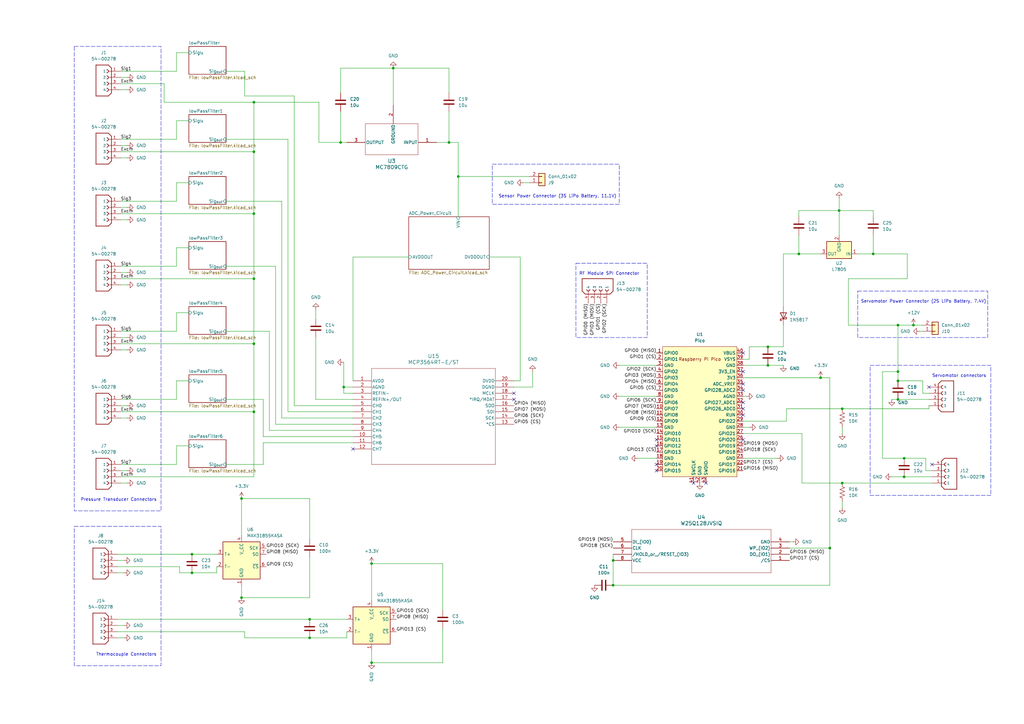
<source format=kicad_sch>
(kicad_sch (version 20231120) (generator "eeschema") (generator_version "8.0")
  (paper "A3")
  (title_block (title "Liquid Engine Controller") (rev "A") (company "Missouri S&T Rocket Design Team") (comment 1 "Designer: Rakshak Sudhakaran"))
  (junction (at 127 254))
  (junction (at 340.36 224.79))
  (junction (at 104.14 140.97))
  (junction (at 78.74 227.33))
  (junction (at 187.96 72.39))
  (junction (at 161.29 27.94))
  (junction (at 336.55 154.94))
  (junction (at 184.15 58.42))
  (junction (at 374.65 133.35))
  (junction (at 370.84 187.96))
  (junction (at 140.97 158.75))
  (junction (at 251.46 240.03))
  (junction (at 78.74 234.95))
  (junction (at 314.96 142.24))
  (junction (at 127 261.62))
  (junction (at 251.46 229.87))
  (junction (at 368.3 133.35))
  (junction (at 368.3 156.21))
  (junction (at 152.4 271.78))
  (junction (at 104.14 41.91))
  (junction (at 327.66 104.14))
  (junction (at 358.14 104.14))
  (junction (at 370.84 195.58))
  (junction (at 345.44 198.12))
  (junction (at 314.96 149.86))
  (junction (at 104.14 168.91))
  (junction (at 99.06 204.47))
  (junction (at 104.14 114.3))
  (junction (at 99.06 245.11))
  (junction (at 344.17 86.36))
  (junction (at 152.4 231.14))
  (junction (at 368.3 152.4))
  (junction (at 104.14 87.63))
  (junction (at 345.44 167.64))
  (junction (at 104.14 62.23))
  (junction (at 368.3 163.83))
  (junction (at 139.7 58.42))
  (no_connect (at 284.48 198.12))
  (no_connect (at 304.8 180.34))
  (no_connect (at 304.8 170.18))
  (no_connect (at 289.56 198.12))
  (no_connect (at 269.24 190.5))
  (no_connect (at 304.8 152.4))
  (no_connect (at 144.78 184.15))
  (no_connect (at 210.82 161.29))
  (no_connect (at 269.24 182.88))
  (no_connect (at 304.8 167.64))
  (no_connect (at 304.8 144.78))
  (no_connect (at 382.27 190.5))
  (no_connect (at 304.8 165.1))
  (no_connect (at 304.8 157.48))
  (no_connect (at 269.24 193.04))
  (no_connect (at 381 158.75))
  (no_connect (at 304.8 160.02))
  (no_connect (at 210.82 163.83))
  (no_connect (at 269.24 180.34))
  (wire (pts (xy 261.62 187.96) (xy 269.24 187.96)))
  (wire (pts (xy 368.3 133.35) (xy 368.3 152.4)))
  (wire (pts (xy 118.11 168.91) (xy 144.78 168.91)))
  (wire (pts (xy 49.53 190.5) (xy 72.39 190.5)))
  (wire (pts (xy 372.11 114.3) (xy 372.11 104.14)))
  (wire (pts (xy 187.96 72.39) (xy 187.96 88.9)))
  (wire (pts (xy 318.77 187.96) (xy 304.8 187.96)))
  (wire (pts (xy 340.36 224.79) (xy 340.36 154.94)))
  (wire (pts (xy 49.53 82.55) (xy 72.39 82.55)))
  (wire (pts (xy 100.33 29.21) (xy 100.33 39.37)))
  (wire (pts (xy 328.93 198.12) (xy 345.44 198.12)))
  (wire (pts (xy 379.73 193.04) (xy 382.27 193.04)))
  (wire (pts (xy 100.33 39.37) (xy 120.65 39.37)))
  (wire (pts (xy 321.31 104.14) (xy 327.66 104.14)))
  (wire (pts (xy 328.93 177.8) (xy 328.93 198.12)))
  (wire (pts (xy 72.39 29.21) (xy 49.53 29.21)))
  (wire (pts (xy 358.14 86.36) (xy 358.14 88.9)))
  (wire (pts (xy 73.66 232.41) (xy 73.66 234.95)))
  (wire (pts (xy 361.95 152.4) (xy 361.95 187.96)))
  (wire (pts (xy 73.66 234.95) (xy 78.74 234.95)))
  (wire (pts (xy 129.54 138.43) (xy 129.54 163.83)))
  (wire (pts (xy 327.66 88.9) (xy 327.66 86.36)))
  (wire (pts (xy 67.31 34.29) (xy 49.53 34.29)))
  (wire (pts (xy 127 228.6) (xy 127 245.11)))
  (wire (pts (xy 322.58 172.72) (xy 322.58 167.64)))
  (wire (pts (xy 49.53 59.69) (xy 52.07 59.69)))
  (wire (pts (xy 107.95 179.07) (xy 144.78 179.07)))
  (wire (pts (xy 92.71 163.83) (xy 107.95 163.83)))
  (wire (pts (xy 327.66 104.14) (xy 336.55 104.14)))
  (wire (pts (xy 370.84 187.96) (xy 379.73 187.96)))
  (wire (pts (xy 72.39 21.59) (xy 72.39 29.21)))
  (wire (pts (xy 323.85 222.25) (xy 325.12 222.25)))
  (wire (pts (xy 344.17 81.28) (xy 344.17 86.36)))
  (wire (pts (xy 48.26 227.33) (xy 78.74 227.33)))
  (wire (pts (xy 92.71 82.55) (xy 115.57 82.55)))
  (wire (pts (xy 347.98 133.35) (xy 347.98 114.3)))
  (wire (pts (xy 181.61 231.14) (xy 181.61 250.19)))
  (wire (pts (xy 130.81 58.42) (xy 139.7 58.42)))
  (wire (pts (xy 78.74 234.95) (xy 88.9 234.95)))
  (wire (pts (xy 370.84 195.58) (xy 382.27 195.58)))
  (wire (pts (xy 100.33 261.62) (xy 127 261.62)))
  (wire (pts (xy 104.14 140.97) (xy 104.14 114.3)))
  (wire (pts (xy 49.53 85.09) (xy 52.07 85.09)))
  (wire (pts (xy 72.39 109.22) (xy 72.39 101.6)))
  (wire (pts (xy 368.3 152.4) (xy 368.3 156.21)))
  (wire (pts (xy 113.03 109.22) (xy 113.03 173.99)))
  (wire (pts (xy 210.82 156.21) (xy 213.36 156.21)))
  (wire (pts (xy 49.53 198.12) (xy 52.07 198.12)))
  (wire (pts (xy 152.4 231.14) (xy 181.61 231.14)))
  (wire (pts (xy 49.53 57.15) (xy 72.39 57.15)))
  (wire (pts (xy 144.78 105.41) (xy 144.78 156.21)))
  (wire (pts (xy 92.71 190.5) (xy 107.95 190.5)))
  (wire (pts (xy 49.53 138.43) (xy 52.07 138.43)))
  (wire (pts (xy 49.53 64.77) (xy 52.07 64.77)))
  (wire (pts (xy 344.17 86.36) (xy 344.17 96.52)))
  (wire (pts (xy 379.73 187.96) (xy 379.73 193.04)))
  (wire (pts (xy 104.14 87.63) (xy 104.14 62.23)))
  (wire (pts (xy 321.31 104.14) (xy 321.31 125.73)))
  (wire (pts (xy 104.14 114.3) (xy 104.14 87.63)))
  (wire (pts (xy 304.8 154.94) (xy 336.55 154.94)))
  (wire (pts (xy 127 204.47) (xy 127 220.98)))
  (wire (pts (xy 139.7 27.94) (xy 139.7 38.1)))
  (wire (pts (xy 144.78 158.75) (xy 140.97 158.75)))
  (wire (pts (xy 99.06 245.11) (xy 99.06 240.03)))
  (wire (pts (xy 351.79 104.14) (xy 358.14 104.14)))
  (wire (pts (xy 142.24 261.62) (xy 142.24 259.08)))
  (wire (pts (xy 48.26 254) (xy 127 254)))
  (wire (pts (xy 184.15 27.94) (xy 184.15 38.1)))
  (wire (pts (xy 72.39 128.27) (xy 77.47 128.27)))
  (wire (pts (xy 345.44 205.74) (xy 345.44 208.28)))
  (wire (pts (xy 307.34 147.32) (xy 307.34 142.24)))
  (wire (pts (xy 358.14 104.14) (xy 372.11 104.14)))
  (wire (pts (xy 314.96 142.24) (xy 321.31 142.24)))
  (wire (pts (xy 200.66 105.41) (xy 213.36 105.41)))
  (wire (pts (xy 365.76 195.58) (xy 370.84 195.58)))
  (wire (pts (xy 49.53 90.17) (xy 52.07 90.17)))
  (wire (pts (xy 214.63 74.93) (xy 217.17 74.93)))
  (wire (pts (xy 99.06 245.11) (xy 127 245.11)))
  (wire (pts (xy 48.26 229.87) (xy 50.8 229.87)))
  (wire (pts (xy 181.61 257.81) (xy 181.61 271.78)))
  (wire (pts (xy 378.46 156.21) (xy 378.46 161.29)))
  (wire (pts (xy 152.4 271.78) (xy 152.4 266.7)))
  (wire (pts (xy 304.8 147.32) (xy 307.34 147.32)))
  (wire (pts (xy 48.26 234.95) (xy 50.8 234.95)))
  (wire (pts (xy 49.53 140.97) (xy 104.14 140.97)))
  (wire (pts (xy 368.3 152.4) (xy 361.95 152.4)))
  (wire (pts (xy 72.39 135.89) (xy 72.39 128.27)))
  (wire (pts (xy 92.71 135.89) (xy 110.49 135.89)))
  (wire (pts (xy 92.71 29.21) (xy 100.33 29.21)))
  (wire (pts (xy 49.53 111.76) (xy 52.07 111.76)))
  (wire (pts (xy 365.76 163.83) (xy 368.3 163.83)))
  (wire (pts (xy 110.49 135.89) (xy 110.49 176.53)))
  (wire (pts (xy 130.81 58.42) (xy 130.81 41.91)))
  (wire (pts (xy 49.53 62.23) (xy 104.14 62.23)))
  (wire (pts (xy 78.74 227.33) (xy 88.9 227.33)))
  (wire (pts (xy 130.81 41.91) (xy 104.14 41.91)))
  (wire (pts (xy 161.29 27.94) (xy 161.29 43.18)))
  (wire (pts (xy 104.14 41.91) (xy 67.31 41.91)))
  (wire (pts (xy 152.4 271.78) (xy 181.61 271.78)))
  (wire (pts (xy 307.34 175.26) (xy 304.8 175.26)))
  (wire (pts (xy 374.65 133.35) (xy 368.3 133.35)))
  (wire (pts (xy 72.39 156.21) (xy 77.47 156.21)))
  (wire (pts (xy 49.53 87.63) (xy 104.14 87.63)))
  (wire (pts (xy 210.82 158.75) (xy 218.44 158.75)))
  (wire (pts (xy 49.53 171.45) (xy 52.07 171.45)))
  (wire (pts (xy 107.95 163.83) (xy 107.95 179.07)))
  (wire (pts (xy 140.97 161.29) (xy 144.78 161.29)))
  (wire (pts (xy 104.14 168.91) (xy 104.14 140.97)))
  (wire (pts (xy 107.95 181.61) (xy 144.78 181.61)))
  (wire (pts (xy 327.66 86.36) (xy 344.17 86.36)))
  (wire (pts (xy 377.19 135.89) (xy 378.46 135.89)))
  (wire (pts (xy 139.7 58.42) (xy 142.24 58.42)))
  (wire (pts (xy 368.3 163.83) (xy 381 163.83)))
  (wire (pts (xy 358.14 96.52) (xy 358.14 104.14)))
  (wire (pts (xy 374.65 133.35) (xy 378.46 133.35)))
  (wire (pts (xy 104.14 195.58) (xy 104.14 168.91)))
  (wire (pts (xy 67.31 41.91) (xy 67.31 34.29)))
  (wire (pts (xy 368.3 133.35) (xy 347.98 133.35)))
  (wire (pts (xy 187.96 58.42) (xy 187.96 72.39)))
  (wire (pts (xy 144.78 105.41) (xy 167.64 105.41)))
  (wire (pts (xy 49.53 143.51) (xy 52.07 143.51)))
  (wire (pts (xy 304.8 172.72) (xy 322.58 172.72)))
  (wire (pts (xy 49.53 168.91) (xy 104.14 168.91)))
  (wire (pts (xy 72.39 163.83) (xy 72.39 156.21)))
  (wire (pts (xy 129.54 163.83) (xy 144.78 163.83)))
  (wire (pts (xy 129.54 127) (xy 129.54 130.81)))
  (wire (pts (xy 161.29 27.94) (xy 184.15 27.94)))
  (wire (pts (xy 113.03 173.99) (xy 144.78 173.99)))
  (wire (pts (xy 72.39 182.88) (xy 77.47 182.88)))
  (wire (pts (xy 347.98 114.3) (xy 372.11 114.3)))
  (wire (pts (xy 99.06 204.47) (xy 99.06 219.71)))
  (wire (pts (xy 323.85 224.79) (xy 340.36 224.79)))
  (wire (pts (xy 127 254) (xy 142.24 254)))
  (wire (pts (xy 115.57 171.45) (xy 144.78 171.45)))
  (wire (pts (xy 49.53 166.37) (xy 52.07 166.37)))
  (wire (pts (xy 48.26 261.62) (xy 50.8 261.62)))
  (wire (pts (xy 120.65 166.37) (xy 144.78 166.37)))
  (wire (pts (xy 184.15 45.72) (xy 184.15 58.42)))
  (wire (pts (xy 92.71 109.22) (xy 113.03 109.22)))
  (wire (pts (xy 140.97 158.75) (xy 140.97 161.29)))
  (wire (pts (xy 213.36 105.41) (xy 213.36 156.21)))
  (wire (pts (xy 72.39 190.5) (xy 72.39 182.88)))
  (wire (pts (xy 72.39 74.93) (xy 77.47 74.93)))
  (wire (pts (xy 72.39 49.53) (xy 77.47 49.53)))
  (wire (pts (xy 72.39 21.59) (xy 77.47 21.59)))
  (wire (pts (xy 179.07 58.42) (xy 184.15 58.42)))
  (wire (pts (xy 345.44 167.64) (xy 381 167.64)))
  (wire (pts (xy 88.9 234.95) (xy 88.9 232.41)))
  (wire (pts (xy 304.8 162.56) (xy 306.07 162.56)))
  (wire (pts (xy 251.46 240.03) (xy 340.36 240.03)))
  (wire (pts (xy 49.53 109.22) (xy 72.39 109.22)))
  (wire (pts (xy 340.36 154.94) (xy 336.55 154.94)))
  (wire (pts (xy 118.11 57.15) (xy 118.11 168.91)))
  (wire (pts (xy 322.58 167.64) (xy 345.44 167.64)))
  (wire (pts (xy 254 175.26) (xy 269.24 175.26)))
  (wire (pts (xy 368.3 156.21) (xy 378.46 156.21)))
  (wire (pts (xy 140.97 148.59) (xy 140.97 158.75)))
  (wire (pts (xy 49.53 31.75) (xy 52.07 31.75)))
  (wire (pts (xy 344.17 86.36) (xy 358.14 86.36)))
  (wire (pts (xy 345.44 198.12) (xy 382.27 198.12)))
  (wire (pts (xy 184.15 58.42) (xy 187.96 58.42)))
  (wire (pts (xy 92.71 57.15) (xy 118.11 57.15)))
  (wire (pts (xy 100.33 259.08) (xy 100.33 261.62)))
  (wire (pts (xy 378.46 161.29) (xy 381 161.29)))
  (wire (pts (xy 49.53 36.83) (xy 52.07 36.83)))
  (wire (pts (xy 304.8 177.8) (xy 328.93 177.8)))
  (wire (pts (xy 307.34 142.24) (xy 314.96 142.24)))
  (wire (pts (xy 361.95 187.96) (xy 370.84 187.96)))
  (wire (pts (xy 327.66 96.52) (xy 327.66 104.14)))
  (wire (pts (xy 48.26 256.54) (xy 50.8 256.54)))
  (wire (pts (xy 152.4 231.14) (xy 152.4 246.38)))
  (wire (pts (xy 127 261.62) (xy 142.24 261.62)))
  (wire (pts (xy 49.53 193.04) (xy 52.07 193.04)))
  (wire (pts (xy 321.31 133.35) (xy 321.31 142.24)))
  (wire (pts (xy 104.14 41.91) (xy 104.14 62.23)))
  (wire (pts (xy 120.65 39.37) (xy 120.65 166.37)))
  (wire (pts (xy 187.96 72.39) (xy 217.17 72.39)))
  (wire (pts (xy 49.53 195.58) (xy 104.14 195.58)))
  (wire (pts (xy 49.53 135.89) (xy 72.39 135.89)))
  (wire (pts (xy 49.53 163.83) (xy 72.39 163.83)))
  (wire (pts (xy 99.06 204.47) (xy 127 204.47)))
  (wire (pts (xy 110.49 176.53) (xy 144.78 176.53)))
  (wire (pts (xy 254 149.86) (xy 269.24 149.86)))
  (wire (pts (xy 345.44 175.26) (xy 345.44 177.8)))
  (wire (pts (xy 49.53 114.3) (xy 104.14 114.3)))
  (wire (pts (xy 251.46 229.87) (xy 251.46 240.03)))
  (wire (pts (xy 107.95 190.5) (xy 107.95 181.61)))
  (wire (pts (xy 218.44 152.4) (xy 218.44 158.75)))
  (wire (pts (xy 314.96 149.86) (xy 321.31 149.86)))
  (wire (pts (xy 381 167.64) (xy 381 166.37)))
  (wire (pts (xy 48.26 259.08) (xy 100.33 259.08)))
  (wire (pts (xy 139.7 27.94) (xy 161.29 27.94)))
  (wire (pts (xy 72.39 82.55) (xy 72.39 74.93)))
  (wire (pts (xy 72.39 57.15) (xy 72.39 49.53)))
  (wire (pts (xy 49.53 116.84) (xy 52.07 116.84)))
  (wire (pts (xy 139.7 45.72) (xy 139.7 58.42)))
  (wire (pts (xy 340.36 240.03) (xy 340.36 224.79)))
  (wire (pts (xy 48.26 232.41) (xy 73.66 232.41)))
  (wire (pts (xy 251.46 227.33) (xy 251.46 229.87)))
  (wire (pts (xy 72.39 101.6) (xy 77.47 101.6)))
  (wire (pts (xy 115.57 82.55) (xy 115.57 171.45)))
  (wire (pts (xy 254 162.56) (xy 269.24 162.56)))
  (wire (pts (xy 304.8 149.86) (xy 314.96 149.86)))
  (rectangle (start 236.22 107.95) (end 265.43 138.43) (stroke (width 0) (type dash)))
  (rectangle (start 30.48 215.9) (end 66.04 273.05) (stroke (width 0) (type dash)))
  (rectangle (start 351.79 119.38) (end 405.13 138.43) (stroke (width 0) (type dash)))
  (rectangle (start 201.93 67.31) (end 254 83.82) (stroke (width 0) (type dash)))
  (rectangle (start 356.87 149.86) (end 406.4 203.2) (stroke (width 0) (type dash)))
  (rectangle (start 30.48 19.05) (end 66.04 209.55) (stroke (width 0) (type dash)))
  (text "Servomotor Power Connector (2S LiPo Battery, 7.4V)" (at 353.06 124.46 0) (effects (font (size 1.27 1.27)) (justify left bottom)))
  (text "Pressure Transducer Connectors" (at 33.02 205.74 0) (effects (font (size 1.27 1.27)) (justify left bottom)))
  (text "Thermocouple Connectors" (at 39.37 269.24 0) (effects (font (size 1.27 1.27)) (justify left bottom)))
  (text "RF Module SPI Connector" (at 237.49 113.03 0) (effects (font (size 1.27 1.27)) (justify left bottom)))
  (text "Servomotor connectors" (at 382.27 154.94 0) (effects (font (size 1.27 1.27)) (justify left bottom)))
  (text "Sensor Power Connector (3S LiPo Battery, 11.1V)" (at 204.47 81.28 0) (effects (font (size 1.27 1.27)) (justify left bottom)))
  (label "ExcIn" (at 49.53 34.29 0))
  (label "GPIO6 (SCK)" (at 210.82 171.45 0))
  (label "GPIO19 (MOSI)" (at 251.46 222.25 180))
  (label "ExcIn" (at 49.53 140.97 0))
  (label "GPIO0 (MISO)" (at 241.3 124.46 270))
  (label "GPIO8 (MISO)" (at 269.24 170.18 180))
  (label "GPIO5 (CS)" (at 210.82 173.99 0))
  (label "GPIO1 (CS)" (at 246.38 124.46 270))
  (label "GPIO18 (SCK)" (at 304.8 185.42 0))
  (label "GPIO7 (MOSI)" (at 269.24 167.64 180))
  (label "GPIO6 (SCK)" (at 269.24 165.1 180))
  (label "ExcIn" (at 49.53 87.63 0))
  (label "GPIO19 (MOSI)" (at 304.8 182.88 0))
  (label "GPIO10 (SCK)" (at 162.56 251.46 0))
  (label "GPIO18 (SCK)" (at 251.46 224.79 180))
  (label "GPIO16 (MISO)" (at 323.85 227.33 0))
  (label "GPIO3 (MOSI)" (at 269.24 154.94 180))
  (label "GPIO4 (MISO)" (at 269.24 157.48 180))
  (label "Sig2" (at 49.53 57.15 0))
  (label "GPIO0 (MISO)" (at 269.24 144.78 180))
  (label "Sig6" (at 49.53 163.83 0))
  (label "ExcIn" (at 49.53 195.58 0))
  (label "ExcIn" (at 49.53 62.23 0))
  (label "GPIO10 (SCK)" (at 269.24 177.8 180))
  (label "GPIO17 (CS)" (at 304.8 190.5 0))
  (label "GPIO2 (SCK)" (at 269.24 152.4 180))
  (label "ExcIn" (at 49.53 114.3 0))
  (label "GPIO9 (CS)" (at 109.22 232.41 0))
  (label "GPIO1 (CS)" (at 269.24 147.32 180))
  (label "ExcIn" (at 49.53 168.91 0))
  (label "Sig1" (at 49.53 29.21 0))
  (label "GPIO8 (MISO)" (at 109.22 227.33 0))
  (label "GPIO2 (SCK)" (at 248.92 124.46 270))
  (label "Sig7" (at 49.53 190.5 0))
  (label "GPIO7 (MOSI)" (at 210.82 168.91 0))
  (label "Sig3" (at 49.53 82.55 0))
  (label "GPIO3 (MOSI)" (at 243.84 124.46 270))
  (label "GPIO10 (SCK)" (at 109.22 224.79 0))
  (label "GPIO17 (CS)" (at 323.85 229.87 0))
  (label "Sig4" (at 49.53 109.22 0))
  (label "GPIO5 (CS)" (at 269.24 160.02 180))
  (label "GPIO13 (CS)" (at 162.56 259.08 0))
  (label "GPIO4 (MISO)" (at 210.82 166.37 0))
  (label "GPIO16 (MISO)" (at 304.8 193.04 0))
  (label "GPIO13 (CS)" (at 269.24 185.42 180))
  (label "Sig5" (at 49.53 135.89 0))
  (label "GPIO9 (CS)" (at 269.24 172.72 180))
  (label "GPIO8 (MISO)" (at 162.56 254 0))
  (symbol (lib_id "power:GND") (at 52.07 111.76 90) (unit 1)
    (property "Reference" "#PWR024" (effects (hide yes)))
    (property "Value" "GND" (at 55.88 111.76 90) (effects (justify right)))
  )
  (symbol (lib_id "4_Pin_M8_Socket_Female:54-00278") (at 41.91 138.43 0) (unit 1)
    (property "Reference" "J5" (at 42.545 128.27 0))
    (property "Value" "54-00278" (at 42.545 130.81 0))
    (property "Footprint" "M8Connector:TENSILITY_54-00278" (effects (hide yes)))
    (property "Datasheet" "https://tensility.s3.us-west-2.amazonaws.com/uploads/pdffiles/54-00278.pdf" (effects (hide yes)))
    (property "PARTREV" "A" (effects (hide yes)))
    (property "STANDARD" "Manufacturer Recommendations" (effects (hide yes)))
    (property "MAXIMUM_PACKAGE_HEIGHT" "20.2 mm" (effects (hide yes)))
    (property "MANUFACTURER" "Tensility" (effects (hide yes)))
    (property "DigiKey" "https://www.digikey.com/en/products/detail/tensility-international-corp/54-00278/16604875?s=N4IgTCBcDaIKwBYC0AGFYDsAOEBdAvkA" (effects (hide yes)))
  )
  (symbol (lib_id "Device:C") (at 358.14 92.71 0) (unit 1)
    (property "Reference" "C25" (at 361.95 91.44 0) (effects (justify left)))
    (property "Value" "10u" (at 361.95 93.98 0) (effects (justify left)))
    (property "Footprint" "Capacitor_SMD:C_0805_2012Metric" (effects (hide yes)))
    (property "Datasheet" "https://mm.digikey.com/Volume0/opasdata/d220001/medias/docus/5545/CL21A106KAYNNNE%20Spec.pdf" (effects (hide yes)))
    (property "DigiKey" "https://www.digikey.com/en/products/detail/samsung-electro-mechanics/CL21A106KAYNNNE/3888549" (effects (hide yes)))
  )
  (symbol (lib_id "power:GND") (at 52.07 31.75 90) (unit 1)
    (property "Reference" "#PWR018" (effects (hide yes)))
    (property "Value" "GND" (at 55.88 31.75 90) (effects (justify right)))
  )
  (symbol (lib_id "power:GND") (at 52.07 198.12 90) (unit 1)
    (property "Reference" "#PWR057" (effects (hide yes)))
    (property "Value" "GND" (at 55.88 198.12 90) (effects (justify right)))
  )
  (symbol (lib_id "power:GND") (at 377.19 135.89 270) (unit 1)
    (property "Reference" "#PWR09" (effects (hide yes)))
    (property "Value" "GND" (at 373.38 135.89 90) (effects (justify right)))
  )
  (symbol (lib_id "power:GND") (at 50.8 234.95 90) (unit 1)
    (property "Reference" "#PWR062" (effects (hide yes)))
    (property "Value" "GND" (at 54.61 234.95 90) (effects (justify right)))
  )
  (symbol (lib_id "RaspberryPiPico:Pico") (at 287.02 168.91 0) (unit 1)
    (property "Reference" "U1" (at 287.02 137.16 0))
    (property "Value" "Pico" (at 287.02 139.7 0))
    (property "Footprint" "RPiPico:RPi_Pico_SMD_TH" (effects (hide yes)))
    (property "Datasheet" "https://datasheets.raspberrypi.com/pico/pico-datasheet.pdf" (effects (hide yes)))
    (property "DigiKey" "https://www.digikey.com/en/products/detail/raspberry-pi/SC0917/16608257" (effects (hide yes)))
  )
  (symbol (lib_id "power:GND") (at 254 162.56 270) (unit 1)
    (property "Reference" "#PWR036" (effects (hide yes)))
    (property "Value" "GND" (at 250.19 162.56 90) (effects (justify right)))
  )
  (symbol (lib_id "Device:C") (at 129.54 134.62 0) (unit 1)
    (property "Reference" "C14" (at 133.35 133.35 0) (effects (justify left)))
    (property "Value" "10u" (at 133.35 135.89 0) (effects (justify left)))
    (property "Footprint" "Capacitor_SMD:C_0805_2012Metric" (effects (hide yes)))
    (property "Datasheet" "https://mm.digikey.com/Volume0/opasdata/d220001/medias/docus/5545/CL21A106KAYNNNE%20Spec.pdf" (effects (hide yes)))
    (property "DigiKey" "https://www.digikey.com/en/products/detail/samsung-electro-mechanics/CL21A106KAYNNNE/3888549" (effects (hide yes)))
  )
  (symbol (lib_id "power:GND") (at 52.07 85.09 90) (unit 1)
    (property "Reference" "#PWR022" (effects (hide yes)))
    (property "Value" "GND" (at 55.88 85.09 90) (effects (justify right)))
  )
  (symbol (lib_id "power:GND") (at 161.29 27.94 180) (unit 1)
    (property "Reference" "#PWR01" (effects (hide yes)))
    (property "Value" "GND" (at 161.29 22.86 0))
  )
  (symbol (lib_id "Device:R_US") (at 345.44 171.45 0) (unit 1)
    (property "Reference" "R15" (at 347.98 170.18 0) (effects (justify left)))
    (property "Value" "10K" (at 347.98 172.72 0) (effects (justify left)))
    (property "Footprint" "Resistor_SMD:R_0603_1608Metric" (effects (hide yes)))
    (property "DigiKey" "https://www.digikey.com/en/products/detail/vishay-dale/TNPW060310K0BEEA/1606881" (effects (hide yes)))
  )
  (symbol (lib_id "power:GND") (at 52.07 166.37 90) (unit 1)
    (property "Reference" "#PWR028" (effects (hide yes)))
    (property "Value" "GND" (at 55.88 166.37 90) (effects (justify right)))
  )
  (symbol (lib_id "power:GND") (at 218.44 152.4 180) (unit 1)
    (property "Reference" "#PWR040" (effects (hide yes)))
    (property "Value" "GND" (at 218.44 147.32 0))
  )
  (symbol (lib_id "power:GND") (at 365.76 163.83 0) (unit 1)
    (property "Reference" "#PWR011" (effects (hide yes)))
    (property "Value" "GND" (at 368.3 165.1 0) (effects (justify left)))
  )
  (symbol (lib_id "W25Q128JVSIQ:W25Q128JVSIQ") (at 342.9 229.87 180) (unit 1)
    (property "Reference" "U4" (at 287.655 212.09 0) (effects (font (size 1.524 1.524))))
    (property "Value" "W25Q128JVSIQ" (at 287.655 214.63 0) (effects (font (size 1.524 1.524))))
    (property "Footprint" "W25Q128JVSIQ:SOIC_128JVSIQ_WIN" (effects (hide yes)))
    (property "Datasheet" "https://www.winbond.com/resource-files/W25Q128JV%20RevI%2008232021%20Plus.pdf" (effects (hide yes)))
    (property "DigiKey" "https://www.digikey.com/en/products/detail/winbond-electronics/W25Q128JVSIQ/5803943" (effects (hide yes)))
  )
  (symbol (lib_id "power:GND") (at 52.07 193.04 90) (unit 1)
    (property "Reference" "#PWR030" (effects (hide yes)))
    (property "Value" "GND" (at 55.88 193.04 90) (effects (justify right)))
  )
  (symbol (lib_id "power:+12V") (at 374.65 133.35 0) (unit 1)
    (property "Reference" "#PWR08" (effects (hide yes)))
    (property "Value" "+12V" (at 374.65 128.27 0))
  )
  (symbol (lib_id "4_Pin_M8_Socket_Female:54-00278") (at 40.64 256.54 0) (unit 1)
    (property "Reference" "J14" (at 41.275 246.38 0))
    (property "Value" "54-00278" (at 41.275 248.92 0))
    (property "Footprint" "M8Connector:TENSILITY_54-00278" (effects (hide yes)))
    (property "Datasheet" "https://tensility.s3.us-west-2.amazonaws.com/uploads/pdffiles/54-00278.pdf" (effects (hide yes)))
    (property "PARTREV" "A" (effects (hide yes)))
    (property "STANDARD" "Manufacturer Recommendations" (effects (hide yes)))
    (property "MAXIMUM_PACKAGE_HEIGHT" "20.2 mm" (effects (hide yes)))
    (property "MANUFACTURER" "Tensility" (effects (hide yes)))
    (property "DigiKey" "https://www.digikey.com/en/products/detail/tensility-international-corp/54-00278/16604875?s=N4IgTCBcDaIKwBYC0AGFYDsAOEBdAvkA" (effects (hide yes)))
  )
  (symbol (lib_id "power:GND") (at 243.84 240.03 0) (unit 1)
    (property "Reference" "#PWR059" (effects (hide yes)))
    (property "Value" "GND" (at 243.84 245.11 0))
  )
  (symbol (lib_id "Device:C") (at 139.7 41.91 0) (unit 1)
    (property "Reference" "C20" (at 143.51 40.64 0) (effects (justify left)))
    (property "Value" "10u" (at 143.51 43.18 0) (effects (justify left)))
    (property "Footprint" "Capacitor_SMD:C_0805_2012Metric" (effects (hide yes)))
    (property "Datasheet" "https://mm.digikey.com/Volume0/opasdata/d220001/medias/docus/5545/CL21A106KAYNNNE%20Spec.pdf" (effects (hide yes)))
    (property "DigiKey" "https://www.digikey.com/en/products/detail/samsung-electro-mechanics/CL21A106KAYNNNE/3888549" (effects (hide yes)))
  )
  (symbol (lib_id "Device:C") (at 181.61 254 0) (unit 1)
    (property "Reference" "C3" (at 185.42 252.73 0) (effects (justify left)))
    (property "Value" "100n" (at 185.42 255.27 0) (effects (justify left)))
    (property "Footprint" "Capacitor_SMD:C_0603_1608Metric" (effects (hide yes)))
    (property "Datasheet" "https://mm.digikey.com/Volume0/opasdata/d220001/medias/docus/609/CL10B104KB8NNNC_Spec.pdf" (effects (hide yes)))
    (property "DigiKey" "https://www.digikey.com/en/products/detail/samsung-electro-mechanics/CL10B104KB8NNNC/3886658" (effects (hide yes)))
  )
  (symbol (lib_id "4_Pin_M8_Socket_Female:54-00278") (at 41.91 166.37 0) (unit 1)
    (property "Reference" "J6" (at 42.545 156.21 0))
    (property "Value" "54-00278" (at 42.545 158.75 0))
    (property "Footprint" "M8Connector:TENSILITY_54-00278" (effects (hide yes)))
    (property "Datasheet" "https://tensility.s3.us-west-2.amazonaws.com/uploads/pdffiles/54-00278.pdf" (effects (hide yes)))
    (property "PARTREV" "A" (effects (hide yes)))
    (property "STANDARD" "Manufacturer Recommendations" (effects (hide yes)))
    (property "MAXIMUM_PACKAGE_HEIGHT" "20.2 mm" (effects (hide yes)))
    (property "MANUFACTURER" "Tensility" (effects (hide yes)))
    (property "DigiKey" "https://www.digikey.com/en/products/detail/tensility-international-corp/54-00278/16604875?s=N4IgTCBcDaIKwBYC0AGFYDsAOEBdAvkA" (effects (hide yes)))
  )
  (symbol (lib_id "power:GND") (at 50.8 256.54 90) (unit 1)
    (property "Reference" "#PWR063" (effects (hide yes)))
    (property "Value" "GND" (at 54.61 256.54 90) (effects (justify right)))
  )
  (symbol (lib_id "power:+3.3V") (at 336.55 154.94 0) (unit 1)
    (property "Reference" "#PWR046" (effects (hide yes)))
    (property "Value" "+3.3V" (at 336.55 149.86 0))
  )
  (symbol (lib_id "power:GND") (at 52.07 64.77 90) (unit 1)
    (property "Reference" "#PWR052" (effects (hide yes)))
    (property "Value" "GND" (at 55.88 64.77 90) (effects (justify right)))
  )
  (symbol (lib_id "power:GND") (at 50.8 261.62 90) (unit 1)
    (property "Reference" "#PWR064" (effects (hide yes)))
    (property "Value" "GND" (at 54.61 261.62 90) (effects (justify right)))
  )
  (symbol (lib_id "power:GND") (at 52.07 36.83 90) (unit 1)
    (property "Reference" "#PWR020" (effects (hide yes)))
    (property "Value" "GND" (at 55.88 36.83 90) (effects (justify right)))
  )
  (symbol (lib_id "Device:C") (at 368.3 160.02 0) (unit 1)
    (property "Reference" "C18" (at 372.11 158.75 0) (effects (justify left)))
    (property "Value" "10u" (at 372.11 161.29 0) (effects (justify left)))
    (property "Footprint" "Capacitor_SMD:C_0805_2012Metric" (effects (hide yes)))
    (property "Datasheet" "https://mm.digikey.com/Volume0/opasdata/d220001/medias/docus/5545/CL21A106KAYNNNE%20Spec.pdf" (effects (hide yes)))
    (property "DigiKey" "https://www.digikey.com/en/products/detail/samsung-electro-mechanics/CL21A106KAYNNNE/3888549" (effects (hide yes)))
  )
  (symbol (lib_id "power:GND") (at 306.07 162.56 90) (unit 1)
    (property "Reference" "#PWR048" (effects (hide yes)))
    (property "Value" "GND" (at 309.88 162.56 90) (effects (justify right)))
  )
  (symbol (lib_id "power:GND") (at 52.07 90.17 90) (unit 1)
    (property "Reference" "#PWR053" (effects (hide yes)))
    (property "Value" "GND" (at 55.88 90.17 90) (effects (justify right)))
  )
  (symbol (lib_id "Connector_Generic:Conn_01x02") (at 383.54 135.89 0) (mirror x) (unit 1)
    (property "Reference" "J10" (at 386.08 135.89 0) (effects (justify left)))
    (property "Value" "Conn_01x02" (at 386.08 133.35 0) (effects (justify left)))
    (property "Footprint" "Connector_AMASS:AMASS_XT30UPB-M_1x02_P5.0mm_Vertical" (effects (hide yes)))
  )
  (symbol (lib_id "Device:C") (at 247.65 240.03 90) (unit 1)
    (property "Reference" "C11" (at 247.65 232.41 90))
    (property "Value" "100n" (at 247.65 234.95 90))
    (property "Footprint" "Capacitor_SMD:C_0603_1608Metric" (effects (hide yes)))
    (property "Datasheet" "https://mm.digikey.com/Volume0/opasdata/d220001/medias/docus/609/CL10B104KB8NNNC_Spec.pdf" (effects (hide yes)))
    (property "DigiKey" "https://www.digikey.com/en/products/detail/samsung-electro-mechanics/CL10B104KB8NNNC/3886658" (effects (hide yes)))
  )
  (symbol (lib_id "power:GND") (at 254 149.86 270) (unit 1)
    (property "Reference" "#PWR034" (effects (hide yes)))
    (property "Value" "GND" (at 250.19 149.86 90) (effects (justify right)))
  )
  (symbol (lib_id "Diode:1N5817") (at 321.31 129.54 90) (unit 1)
    (property "Reference" "D1" (at 323.85 128.5875 90) (effects (justify right)))
    (property "Value" "1N5817" (at 323.85 131.1275 90) (effects (justify right)))
    (property "Footprint" "Diode_THT:D_DO-41_SOD81_P10.16mm_Horizontal" (effects (hide yes)))
    (property "Datasheet" "http://www.vishay.com/docs/88525/1n5817.pdf" (effects (hide yes)))
    (property "DigiKey" "https://www.digikey.com/en/products/detail/vishay-general-semiconductor-diodes-division/1N5817-E3-73/2139978" (effects (hide yes)))
  )
  (symbol (lib_id "4_Pin_M8_Socket_Female:54-00278") (at 41.91 59.69 0) (unit 1)
    (property "Reference" "J2" (at 42.545 49.53 0))
    (property "Value" "54-00278" (at 42.545 52.07 0))
    (property "Footprint" "M8Connector:TENSILITY_54-00278" (effects (hide yes)))
    (property "Datasheet" "https://tensility.s3.us-west-2.amazonaws.com/uploads/pdffiles/54-00278.pdf" (effects (hide yes)))
    (property "PARTREV" "A" (effects (hide yes)))
    (property "STANDARD" "Manufacturer Recommendations" (effects (hide yes)))
    (property "MAXIMUM_PACKAGE_HEIGHT" "20.2 mm" (effects (hide yes)))
    (property "MANUFACTURER" "Tensility" (effects (hide yes)))
    (property "DigiKey" "https://www.digikey.com/en/products/detail/tensility-international-corp/54-00278/16604875?s=N4IgTCBcDaIKwBYC0AGFYDsAOEBdAvkA" (effects (hide yes)))
  )
  (symbol (lib_id "4_Pin_M8_Socket_Female:54-00278") (at 41.91 31.75 0) (unit 1)
    (property "Reference" "J1" (at 42.545 21.59 0))
    (property "Value" "54-00278" (at 42.545 24.13 0))
    (property "Footprint" "M8Connector:TENSILITY_54-00278" (effects (hide yes)))
    (property "Datasheet" "https://tensility.s3.us-west-2.amazonaws.com/uploads/pdffiles/54-00278.pdf" (effects (hide yes)))
    (property "PARTREV" "A" (effects (hide yes)))
    (property "STANDARD" "Manufacturer Recommendations" (effects (hide yes)))
    (property "MAXIMUM_PACKAGE_HEIGHT" "20.2 mm" (effects (hide yes)))
    (property "MANUFACTURER" "Tensility" (effects (hide yes)))
    (property "DigiKey" "https://www.digikey.com/en/products/detail/tensility-international-corp/54-00278/16604875?s=N4IgTCBcDaIKwBYC0AGFYDsAOEBdAvkA" (effects (hide yes)))
  )
  (symbol (lib_id "4_Pin_M8_Socket_Female:54-00278") (at 41.91 85.09 0) (unit 1)
    (property "Reference" "J3" (at 42.545 74.93 0))
    (property "Value" "54-00278" (at 42.545 77.47 0))
    (property "Footprint" "M8Connector:TENSILITY_54-00278" (effects (hide yes)))
    (property "Datasheet" "https://tensility.s3.us-west-2.amazonaws.com/uploads/pdffiles/54-00278.pdf" (effects (hide yes)))
    (property "PARTREV" "A" (effects (hide yes)))
    (property "STANDARD" "Manufacturer Recommendations" (effects (hide yes)))
    (property "MAXIMUM_PACKAGE_HEIGHT" "20.2 mm" (effects (hide yes)))
    (property "MANUFACTURER" "Tensility" (effects (hide yes)))
    (property "DigiKey" "https://www.digikey.com/en/products/detail/tensility-international-corp/54-00278/16604875?s=N4IgTCBcDaIKwBYC0AGFYDsAOEBdAvkA" (effects (hide yes)))
  )
  (symbol (lib_id "4_Pin_M8_Socket_Female:54-00278") (at 388.62 163.83 180) (unit 1)
    (property "Reference" "J11" (at 392.43 161.29 0) (effects (justify right)))
    (property "Value" "54-00278" (at 392.43 163.83 0) (effects (justify right)))
    (property "Footprint" "M8Connector:TENSILITY_54-00278" (effects (hide yes)))
    (property "Datasheet" "https://tensility.s3.us-west-2.amazonaws.com/uploads/pdffiles/54-00278.pdf" (effects (hide yes)))
    (property "PARTREV" "A" (effects (hide yes)))
    (property "STANDARD" "Manufacturer Recommendations" (effects (hide yes)))
    (property "MAXIMUM_PACKAGE_HEIGHT" "20.2 mm" (effects (hide yes)))
    (property "MANUFACTURER" "Tensility" (effects (hide yes)))
    (property "DigiKey" "https://www.digikey.com/en/products/detail/tensility-international-corp/54-00278/16604875?s=N4IgTCBcDaIKwBYC0AGFYDsAOEBdAvkA" (effects (hide yes)))
  )
  (symbol (lib_id "4_Pin_M8_Socket_Female:54-00278") (at 246.38 116.84 270) (unit 1)
    (property "Reference" "J13" (at 252.73 116.205 90) (effects (justify left)))
    (property "Value" "54-00278" (at 252.73 118.745 90) (effects (justify left)))
    (property "Footprint" "M8Connector:TENSILITY_54-00278" (effects (hide yes)))
    (property "Datasheet" "https://tensility.s3.us-west-2.amazonaws.com/uploads/pdffiles/54-00278.pdf" (effects (hide yes)))
    (property "PARTREV" "A" (effects (hide yes)))
    (property "STANDARD" "Manufacturer Recommendations" (effects (hide yes)))
    (property "MAXIMUM_PACKAGE_HEIGHT" "20.2 mm" (effects (hide yes)))
    (property "MANUFACTURER" "Tensility" (effects (hide yes)))
    (property "DigiKey" "https://www.digikey.com/en/products/detail/tensility-international-corp/54-00278/16604875?s=N4IgTCBcDaIKwBYC0AGFYDsAOEBdAvkA" (effects (hide yes)))
  )
  (symbol (lib_id "power:GND") (at 365.76 195.58 270) (unit 1)
    (property "Reference" "#PWR012" (effects (hide yes)))
    (property "Value" "GND" (at 361.95 195.58 90) (effects (justify right)))
  )
  (symbol (lib_id "power:GND") (at 52.07 138.43 90) (unit 1)
    (property "Reference" "#PWR026" (effects (hide yes)))
    (property "Value" "GND" (at 55.88 138.43 90) (effects (justify right)))
  )
  (symbol (lib_id "power:GND") (at 52.07 171.45 90) (unit 1)
    (property "Reference" "#PWR056" (effects (hide yes)))
    (property "Value" "GND" (at 55.88 171.45 90) (effects (justify right)))
  )
  (symbol (lib_id "4_Pin_M8_Socket_Female:54-00278") (at 41.91 193.04 0) (unit 1)
    (property "Reference" "J7" (at 42.545 182.88 0))
    (property "Value" "54-00278" (at 42.545 185.42 0))
    (property "Footprint" "M8Connector:TENSILITY_54-00278" (effects (hide yes)))
    (property "Datasheet" "https://tensility.s3.us-west-2.amazonaws.com/uploads/pdffiles/54-00278.pdf" (effects (hide yes)))
    (property "PARTREV" "A" (effects (hide yes)))
    (property "STANDARD" "Manufacturer Recommendations" (effects (hide yes)))
    (property "MAXIMUM_PACKAGE_HEIGHT" "20.2 mm" (effects (hide yes)))
    (property "MANUFACTURER" "Tensility" (effects (hide yes)))
    (property "DigiKey" "https://www.digikey.com/en/products/detail/tensility-international-corp/54-00278/16604875?s=N4IgTCBcDaIKwBYC0AGFYDsAOEBdAvkA" (effects (hide yes)))
  )
  (symbol (lib_id "power:GND") (at 318.77 187.96 90) (unit 1)
    (property "Reference" "#PWR014" (effects (hide yes)))
    (property "Value" "GND" (at 322.58 187.96 90) (effects (justify right)))
  )
  (symbol (lib_id "Sensor_Temperature:MAX31855KASA") (at 99.06 229.87 0) (unit 1)
    (property "Reference" "U6" (at 101.2541 217.17 0) (effects (justify left)))
    (property "Value" "MAX31855KASA" (at 101.2541 219.71 0) (effects (justify left)))
    (property "Footprint" "Package_SO:SOIC-8_3.9x4.9mm_P1.27mm" (effects (hide yes)))
    (property "Datasheet" "http://datasheets.maximintegrated.com/en/ds/MAX31855.pdf" (effects (hide yes)))
    (property "DigiKey" "https://www.digikey.com/en/products/detail/analog-devices-inc-maxim-integrated/MAX31855KASA/2591564" (effects (hide yes)))
  )
  (symbol (lib_id "power:GND") (at 254 175.26 270) (unit 1)
    (property "Reference" "#PWR039" (effects (hide yes)))
    (property "Value" "GND" (at 250.19 175.26 90) (effects (justify right)))
  )
  (symbol (lib_id "4_Pin_M8_Socket_Female:54-00278") (at 41.91 111.76 0) (unit 1)
    (property "Reference" "J4" (at 42.545 101.6 0))
    (property "Value" "54-00278" (at 42.545 104.14 0))
    (property "Footprint" "M8Connector:TENSILITY_54-00278" (effects (hide yes)))
    (property "Datasheet" "https://tensility.s3.us-west-2.amazonaws.com/uploads/pdffiles/54-00278.pdf" (effects (hide yes)))
    (property "PARTREV" "A" (effects (hide yes)))
    (property "STANDARD" "Manufacturer Recommendations" (effects (hide yes)))
    (property "MAXIMUM_PACKAGE_HEIGHT" "20.2 mm" (effects (hide yes)))
    (property "MANUFACTURER" "Tensility" (effects (hide yes)))
    (property "DigiKey" "https://www.digikey.com/en/products/detail/tensility-international-corp/54-00278/16604875?s=N4IgTCBcDaIKwBYC0AGFYDsAOEBdAvkA" (effects (hide yes)))
  )
  (symbol (lib_id "power:GND") (at 140.97 148.59 270) (unit 1)
    (property "Reference" "#PWR05" (effects (hide yes)))
    (property "Value" "GND" (at 137.16 148.59 90) (effects (justify right)))
  )
  (symbol (lib_id "Regulator_Linear:L7805") (at 344.17 104.14 180) (unit 1)
    (property "Reference" "U2" (at 344.17 107.95 0))
    (property "Value" "L7805" (at 344.17 110.49 0))
    (property "Footprint" "L7805CV:TO-220_STM" (effects (hide yes)))
    (property "Datasheet" "http://www.st.com/content/ccc/resource/technical/document/datasheet/41/4f/b3/b0/12/d4/47/88/CD00000444.pdf/files/CD00000444.pdf/jcr:content/translations/en.CD00000444.pdf" (effects (hide yes)))
    (property "DigiKey" "https://www.digikey.com/en/products/detail/stmicroelectronics/L7805CV/585964" (effects (hide yes)))
  )
  (symbol (lib_id "power:GND") (at 345.44 177.8 0) (unit 1)
    (property "Reference" "#PWR043" (effects (hide yes)))
    (property "Value" "GND" (at 345.44 182.88 0))
  )
  (symbol (lib_id "Device:C") (at 327.66 92.71 0) (unit 1)
    (property "Reference" "C21" (at 331.47 91.44 0) (effects (justify left)))
    (property "Value" "10u" (at 331.47 93.98 0) (effects (justify left)))
    (property "Footprint" "Capacitor_SMD:C_0805_2012Metric" (effects (hide yes)))
    (property "Datasheet" "https://mm.digikey.com/Volume0/opasdata/d220001/medias/docus/5545/CL21A106KAYNNNE%20Spec.pdf" (effects (hide yes)))
    (property "DigiKey" "https://www.digikey.com/en/products/detail/samsung-electro-mechanics/CL21A106KAYNNNE/3888549" (effects (hide yes)))
  )
  (symbol (lib_id "power:GND") (at 214.63 74.93 270) (unit 1)
    (property "Reference" "#PWR010" (effects (hide yes)))
    (property "Value" "GND" (at 210.82 74.93 90) (effects (justify right)))
  )
  (symbol (lib_id "Device:R_US") (at 345.44 201.93 0) (unit 1)
    (property "Reference" "R16" (at 347.98 200.66 0) (effects (justify left)))
    (property "Value" "10K" (at 347.98 203.2 0) (effects (justify left)))
    (property "Footprint" "Resistor_SMD:R_0603_1608Metric" (effects (hide yes)))
    (property "DigiKey" "https://www.digikey.com/en/products/detail/vishay-dale/TNPW060310K0BEEA/1606881" (effects (hide yes)))
  )
  (symbol (lib_id "power:GND") (at 287.02 198.12 0) (unit 1)
    (property "Reference" "#PWR060" (effects (hide yes)))
    (property "Value" "GND" (at 287.02 203.2 0))
  )
  (symbol (lib_id "power:+3.3V") (at 99.06 204.47 0) (unit 1)
    (property "Reference" "#PWR017" (effects (hide yes)))
    (property "Value" "+3.3V" (at 99.06 199.39 0))
  )
  (symbol (lib_id "power:GND") (at 344.17 81.28 180) (unit 1)
    (property "Reference" "#PWR02" (effects (hide yes)))
    (property "Value" "GND" (at 344.17 76.2 0))
  )
  (symbol (lib_id "power:GND") (at 321.31 149.86 0) (unit 1)
    (property "Reference" "#PWR015" (effects (hide yes)))
    (property "Value" "GND" (at 323.85 151.13 0) (effects (justify left)))
  )
  (symbol (lib_id "MC7809CTG:MC7809CTG") (at 194.31 58.42 180) (unit 1)
    (property "Reference" "U3" (at 160.655 66.04 0) (effects (font (size 1.524 1.524))))
    (property "Value" "MC7809CTG" (at 160.655 68.58 0) (effects (font (size 1.524 1.524))))
    (property "Footprint" "MC7809CTG:TO-220AB_ONS" (effects (hide yes)))
    (property "Datasheet" "MC7809CTG" (effects (hide yes)))
    (property "DigiKey" "https://www.digikey.com/en/products/detail/onsemi/MC7809CTG/1481254" (effects (hide yes)))
  )
  (symbol (lib_id "Device:C") (at 127 224.79 0) (unit 1)
    (property "Reference" "C10" (at 130.81 223.52 0) (effects (justify left)))
    (property "Value" "100n" (at 130.81 226.06 0) (effects (justify left)))
    (property "Footprint" "Capacitor_SMD:C_0603_1608Metric" (effects (hide yes)))
    (property "Datasheet" "https://mm.digikey.com/Volume0/opasdata/d220001/medias/docus/609/CL10B104KB8NNNC_Spec.pdf" (effects (hide yes)))
    (property "DigiKey" "https://www.digikey.com/en/products/detail/samsung-electro-mechanics/CL10B104KB8NNNC/3886658" (effects (hide yes)))
  )
  (symbol (lib_id "Device:C") (at 78.74 231.14 0) (unit 1)
    (property "Reference" "C23" (at 82.55 229.87 0) (effects (justify left)))
    (property "Value" "10n" (at 82.55 232.41 0) (effects (justify left)))
    (property "Footprint" "Capacitor_SMD:C_0603_1608Metric" (effects (hide yes)))
    (property "Datasheet" "https://search.murata.co.jp/Ceramy/image/img/A01X/G101/ENG/GRM1885C1H103JA01-01.pdf" (effects (hide yes)))
    (property "DigiKey" "https://www.digikey.com/en/products/detail/murata-electronics/GRM1885C1H103JA01D/4421555" (effects (hide yes)))
  )
  (symbol (lib_id "power:+3.3V") (at 152.4 231.14 0) (unit 1)
    (property "Reference" "#PWR013" (effects (hide yes)))
    (property "Value" "+3.3V" (at 152.4 226.06 0))
  )
  (symbol (lib_id "MCP3564:MCP3564RT-E_ST") (at 144.78 156.21 0) (unit 1)
    (property "Reference" "U15" (at 177.8 146.05 0) (effects (font (size 1.524 1.524))))
    (property "Value" "MCP3564RT-E/ST" (at 177.8 148.59 0) (effects (font (size 1.524 1.524))))
    (property "Footprint" "MCP3564R/T:TSSOP20_ST_MCH" (effects (hide yes)))
    (property "Datasheet" "https://ww1.microchip.com/downloads/aemDocuments/documents/APID/ProductDocuments/DataSheets/MCP3561_2_4R-Data-Sheet-DS200006391C.pdf" (effects (hide yes)))
    (property "DigiKey" "https://www.digikey.com/en/products/detail/microchip-technology/MCP3564RT-E-ST/12807301?s=N4IgTCBcDaILIGEAKBmArANgCwCUAqAtAKID0AyniALoC%2BQA" (effects (hide yes)))
  )
  (symbol (lib_id "Device:C") (at 370.84 191.77 0) (unit 1)
    (property "Reference" "C22" (at 374.65 190.5 0) (effects (justify left)))
    (property "Value" "10u" (at 374.65 193.04 0) (effects (justify left)))
    (property "Footprint" "Capacitor_SMD:C_0805_2012Metric" (effects (hide yes)))
    (property "Datasheet" "https://mm.digikey.com/Volume0/opasdata/d220001/medias/docus/5545/CL21A106KAYNNNE%20Spec.pdf" (effects (hide yes)))
    (property "DigiKey" "https://www.digikey.com/en/products/detail/samsung-electro-mechanics/CL21A106KAYNNNE/3888549" (effects (hide yes)))
  )
  (symbol (lib_id "power:GND") (at 345.44 208.28 0) (unit 1)
    (property "Reference" "#PWR044" (effects (hide yes)))
    (property "Value" "GND" (at 345.44 213.36 0))
  )
  (symbol (lib_id "Device:C") (at 314.96 146.05 0) (unit 1)
    (property "Reference" "C24" (at 318.77 144.78 0) (effects (justify left)))
    (property "Value" "10u" (at 318.77 147.32 0) (effects (justify left)))
    (property "Footprint" "Capacitor_SMD:C_0805_2012Metric" (effects (hide yes)))
    (property "Datasheet" "https://mm.digikey.com/Volume0/opasdata/d220001/medias/docus/5545/CL21A106KAYNNNE%20Spec.pdf" (effects (hide yes)))
    (property "DigiKey" "https://www.digikey.com/en/products/detail/samsung-electro-mechanics/CL21A106KAYNNNE/3888549" (effects (hide yes)))
  )
  (symbol (lib_id "power:GND") (at 152.4 271.78 0) (unit 1)
    (property "Reference" "#PWR032" (effects (hide yes)))
    (property "Value" "GND" (at 152.4 275.59 90) (effects (justify right)))
  )
  (symbol (lib_id "Device:C") (at 184.15 41.91 0) (unit 1)
    (property "Reference" "C19" (at 187.96 40.64 0) (effects (justify left)))
    (property "Value" "10u" (at 187.96 43.18 0) (effects (justify left)))
    (property "Footprint" "Capacitor_SMD:C_0805_2012Metric" (effects (hide yes)))
    (property "Datasheet" "https://mm.digikey.com/Volume0/opasdata/d220001/medias/docus/5545/CL21A106KAYNNNE%20Spec.pdf" (effects (hide yes)))
    (property "DigiKey" "https://www.digikey.com/en/products/detail/samsung-electro-mechanics/CL21A106KAYNNNE/3888549" (effects (hide yes)))
  )
  (symbol (lib_id "Device:C") (at 127 257.81 0) (unit 1)
    (property "Reference" "C26" (at 130.81 256.54 0) (effects (justify left)))
    (property "Value" "10n" (at 130.81 259.08 0) (effects (justify left)))
    (property "Footprint" "Capacitor_SMD:C_0603_1608Metric" (effects (hide yes)))
    (property "Datasheet" "https://search.murata.co.jp/Ceramy/image/img/A01X/G101/ENG/GRM1885C1H103JA01-01.pdf" (effects (hide yes)))
    (property "DigiKey" "https://www.digikey.com/en/products/detail/murata-electronics/GRM1885C1H103JA01D/4421555" (effects (hide yes)))
  )
  (symbol (lib_id "power:GND") (at 52.07 59.69 90) (unit 1)
    (property "Reference" "#PWR051" (effects (hide yes)))
    (property "Value" "GND" (at 55.88 59.69 90) (effects (justify right)))
  )
  (symbol (lib_id "power:GND") (at 52.07 116.84 90) (unit 1)
    (property "Reference" "#PWR054" (effects (hide yes)))
    (property "Value" "GND" (at 55.88 116.84 90) (effects (justify right)))
  )
  (symbol (lib_id "4_Pin_M8_Socket_Female:54-00278") (at 389.89 195.58 180) (unit 1)
    (property "Reference" "J12" (at 393.7 193.04 0) (effects (justify right)))
    (property "Value" "54-00278" (at 393.7 195.58 0) (effects (justify right)))
    (property "Footprint" "M8Connector:TENSILITY_54-00278" (effects (hide yes)))
    (property "Datasheet" "https://tensility.s3.us-west-2.amazonaws.com/uploads/pdffiles/54-00278.pdf" (effects (hide yes)))
    (property "PARTREV" "A" (effects (hide yes)))
    (property "STANDARD" "Manufacturer Recommendations" (effects (hide yes)))
    (property "MAXIMUM_PACKAGE_HEIGHT" "20.2 mm" (effects (hide yes)))
    (property "MANUFACTURER" "Tensility" (effects (hide yes)))
    (property "DigiKey" "https://www.digikey.com/en/products/detail/tensility-international-corp/54-00278/16604875?s=N4IgTCBcDaIKwBYC0AGFYDsAOEBdAvkA" (effects (hide yes)))
  )
  (symbol (lib_id "power:GND") (at 307.34 175.26 90) (unit 1)
    (property "Reference" "#PWR07" (effects (hide yes)))
    (property "Value" "GND" (at 311.15 175.26 90) (effects (justify right)))
  )
  (symbol (lib_id "power:GND") (at 325.12 222.25 90) (unit 1)
    (property "Reference" "#PWR06" (effects (hide yes)))
    (property "Value" "GND" (at 328.93 222.25 90) (effects (justify right)))
  )
  (symbol (lib_id "4_Pin_M8_Socket_Female:54-00278") (at 40.64 229.87 0) (unit 1)
    (property "Reference" "J8" (at 41.275 219.71 0))
    (property "Value" "54-00278" (at 41.275 222.25 0))
    (property "Footprint" "M8Connector:TENSILITY_54-00278" (effects (hide yes)))
    (property "Datasheet" "https://tensility.s3.us-west-2.amazonaws.com/uploads/pdffiles/54-00278.pdf" (effects (hide yes)))
    (property "PARTREV" "A" (effects (hide yes)))
    (property "STANDARD" "Manufacturer Recommendations" (effects (hide yes)))
    (property "MAXIMUM_PACKAGE_HEIGHT" "20.2 mm" (effects (hide yes)))
    (property "MANUFACTURER" "Tensility" (effects (hide yes)))
    (property "DigiKey" "https://www.digikey.com/en/products/detail/tensility-international-corp/54-00278/16604875?s=N4IgTCBcDaIKwBYC0AGFYDsAOEBdAvkA" (effects (hide yes)))
  )
  (symbol (lib_id "power:GND") (at 50.8 229.87 90) (unit 1)
    (property "Reference" "#PWR061" (effects (hide yes)))
    (property "Value" "GND" (at 54.61 229.87 90) (effects (justify right)))
  )
  (symbol (lib_id "power:GND") (at 52.07 143.51 90) (unit 1)
    (property "Reference" "#PWR055" (effects (hide yes)))
    (property "Value" "GND" (at 55.88 143.51 90) (effects (justify right)))
  )
  (symbol (lib_id "Connector_Generic:Conn_01x02") (at 222.25 74.93 0) (mirror x) (unit 1)
    (property "Reference" "J9" (at 224.79 74.93 0) (effects (justify left)))
    (property "Value" "Conn_01x02" (at 224.79 72.39 0) (effects (justify left)))
    (property "Footprint" "Connector_AMASS:AMASS_XT30UPB-M_1x02_P5.0mm_Vertical" (effects (hide yes)))
  )
  (symbol (lib_id "Sensor_Temperature:MAX31855KASA") (at 152.4 256.54 0) (unit 1)
    (property "Reference" "U5" (at 154.5941 243.84 0) (effects (justify left)))
    (property "Value" "MAX31855KASA" (at 154.5941 246.38 0) (effects (justify left)))
    (property "Footprint" "Package_SO:SOIC-8_3.9x4.9mm_P1.27mm" (effects (hide yes)))
    (property "Datasheet" "http://datasheets.maximintegrated.com/en/ds/MAX31855.pdf" (effects (hide yes)))
    (property "DigiKey" "https://www.digikey.com/en/products/detail/analog-devices-inc-maxim-integrated/MAX31855KASA/2591564" (effects (hide yes)))
  )
  (symbol (lib_id "power:GND") (at 261.62 187.96 270) (unit 1)
    (property "Reference" "#PWR047" (effects (hide yes)))
    (property "Value" "GND" (at 257.81 187.96 90) (effects (justify right)))
  )
  (symbol (lib_id "power:GND") (at 99.06 245.11 0) (unit 1)
    (property "Reference" "#PWR025" (effects (hide yes)))
    (property "Value" "GND" (at 99.06 248.92 90) (effects (justify right)))
  )
  (symbol (lib_id "power:GND") (at 129.54 127 180) (unit 1)
    (property "Reference" "#PWR038" (effects (hide yes)))
    (property "Value" "GND" (at 129.54 121.92 0))
  )
  (sheet (at 77.47 19.05) (size 15.24 11.43) (stroke (width 0.1524))
    (property "Sheetname" "lowPassFilter" (at 77.47 18.3384 0) (effects (justify left bottom)))
    (property "Sheetfile" "lowPassFilter.kicad_sch" (at 77.47 31.0646 0) (effects (justify left top)))
    (pin "Sig_{in}" input (at 77.47 21.59 180))
    (pin "Sig_{out}" input (at 92.71 29.21 0))
  )
  (sheet (at 77.47 125.73) (size 15.24 11.43) (stroke (width 0.1524))
    (property "Sheetname" "lowPassFilter4" (at 77.47 125.0184 0) (effects (justify left bottom)))
    (property "Sheetfile" "lowPassFilter.kicad_sch" (at 77.47 137.7446 0) (effects (justify left top)))
    (pin "Sig_{in}" input (at 77.47 128.27 180))
    (pin "Sig_{out}" input (at 92.71 135.89 0))
  )
  (sheet (at 167.64 88.9) (size 33.02 21.59) (stroke (width 0.1524))
    (property "Sheetname" "ADC_Power_Circuit" (at 167.64 88.1884 0) (effects (justify left bottom)))
    (property "Sheetfile" "ADC_Power_Circuit.kicad_sch" (at 167.64 111.0746 0) (effects (justify left top)))
    (pin "VIN" input (at 187.96 88.9 90))
    (pin "DVDDOUT" input (at 200.66 105.41 0))
    (pin "AVDDOUT" input (at 167.64 105.41 180))
  )
  (sheet (at 77.47 46.99) (size 15.24 11.43) (stroke (width 0.1524))
    (property "Sheetname" "lowPassFilter1" (at 77.47 46.2784 0) (effects (justify left bottom)))
    (property "Sheetfile" "lowPassFilter.kicad_sch" (at 77.47 59.0046 0) (effects (justify left top)))
    (pin "Sig_{in}" input (at 77.47 49.53 180))
    (pin "Sig_{out}" input (at 92.71 57.15 0))
  )
  (sheet (at 77.47 99.06) (size 15.24 11.43) (stroke (width 0.1524))
    (property "Sheetname" "lowPassFilter3" (at 77.47 98.3484 0) (effects (justify left bottom)))
    (property "Sheetfile" "lowPassFilter.kicad_sch" (at 77.47 111.0746 0) (effects (justify left top)))
    (pin "Sig_{in}" input (at 77.47 101.6 180))
    (pin "Sig_{out}" input (at 92.71 109.22 0))
  )
  (sheet (at 77.47 72.39) (size 15.24 11.43) (stroke (width 0.1524))
    (property "Sheetname" "lowPassFilter2" (at 77.47 71.6784 0) (effects (justify left bottom)))
    (property "Sheetfile" "lowPassFilter.kicad_sch" (at 77.47 84.4046 0) (effects (justify left top)))
    (pin "Sig_{in}" input (at 77.47 74.93 180))
    (pin "Sig_{out}" input (at 92.71 82.55 0))
  )
  (sheet (at 77.47 153.67) (size 15.24 11.43) (stroke (width 0.1524))
    (property "Sheetname" "lowPassFilter5" (at 77.47 152.9584 0) (effects (justify left bottom)))
    (property "Sheetfile" "lowPassFilter.kicad_sch" (at 77.47 165.6846 0) (effects (justify left top)))
    (pin "Sig_{in}" input (at 77.47 156.21 180))
    (pin "Sig_{out}" input (at 92.71 163.83 0))
  )
  (sheet (at 77.47 180.34) (size 15.24 11.43) (stroke (width 0.1524))
    (property "Sheetname" "lowPassFilter6" (at 77.47 179.6284 0) (effects (justify left bottom)))
    (property "Sheetfile" "lowPassFilter.kicad_sch" (at 77.47 192.3546 0) (effects (justify left top)))
    (pin "Sig_{in}" input (at 77.47 182.88 180))
    (pin "Sig_{out}" input (at 92.71 190.5 0))
  )
)
</source>
